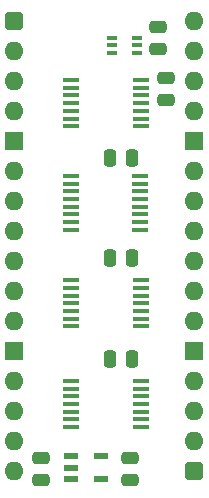
<source format=gbr>
%TF.GenerationSoftware,KiCad,Pcbnew,7.0.5*%
%TF.CreationDate,2023-12-17T19:53:33+02:00*%
%TF.ProjectId,Device Decode stage A,44657669-6365-4204-9465-636f64652073,rev?*%
%TF.SameCoordinates,Original*%
%TF.FileFunction,Soldermask,Top*%
%TF.FilePolarity,Negative*%
%FSLAX46Y46*%
G04 Gerber Fmt 4.6, Leading zero omitted, Abs format (unit mm)*
G04 Created by KiCad (PCBNEW 7.0.5) date 2023-12-17 19:53:33*
%MOMM*%
%LPD*%
G01*
G04 APERTURE LIST*
G04 Aperture macros list*
%AMRoundRect*
0 Rectangle with rounded corners*
0 $1 Rounding radius*
0 $2 $3 $4 $5 $6 $7 $8 $9 X,Y pos of 4 corners*
0 Add a 4 corners polygon primitive as box body*
4,1,4,$2,$3,$4,$5,$6,$7,$8,$9,$2,$3,0*
0 Add four circle primitives for the rounded corners*
1,1,$1+$1,$2,$3*
1,1,$1+$1,$4,$5*
1,1,$1+$1,$6,$7*
1,1,$1+$1,$8,$9*
0 Add four rect primitives between the rounded corners*
20,1,$1+$1,$2,$3,$4,$5,0*
20,1,$1+$1,$4,$5,$6,$7,0*
20,1,$1+$1,$6,$7,$8,$9,0*
20,1,$1+$1,$8,$9,$2,$3,0*%
G04 Aperture macros list end*
%ADD10R,1.475000X0.450000*%
%ADD11R,1.450000X0.450000*%
%ADD12R,1.150000X0.600000*%
%ADD13RoundRect,0.400000X-0.400000X-0.400000X0.400000X-0.400000X0.400000X0.400000X-0.400000X0.400000X0*%
%ADD14O,1.600000X1.600000*%
%ADD15R,1.600000X1.600000*%
%ADD16RoundRect,0.250000X0.475000X-0.250000X0.475000X0.250000X-0.475000X0.250000X-0.475000X-0.250000X0*%
%ADD17RoundRect,0.250000X0.250000X0.475000X-0.250000X0.475000X-0.250000X-0.475000X0.250000X-0.475000X0*%
%ADD18RoundRect,0.250000X-0.475000X0.250000X-0.475000X-0.250000X0.475000X-0.250000X0.475000X0.250000X0*%
%ADD19R,0.875000X0.450000*%
G04 APERTURE END LIST*
D10*
%TO.C,IC13*%
X93709000Y-88855000D03*
X93709000Y-89505000D03*
X93709000Y-90155000D03*
X93709000Y-90805000D03*
X93709000Y-91455000D03*
X93709000Y-92105000D03*
X93709000Y-92755000D03*
X99585000Y-92755000D03*
X99585000Y-92105000D03*
X99585000Y-91455000D03*
X99585000Y-90805000D03*
X99585000Y-90155000D03*
X99585000Y-89505000D03*
X99585000Y-88855000D03*
%TD*%
%TO.C,IC6*%
X93709000Y-80346000D03*
X93709000Y-80996000D03*
X93709000Y-81646000D03*
X93709000Y-82296000D03*
X93709000Y-82946000D03*
X93709000Y-83596000D03*
X93709000Y-84246000D03*
X99585000Y-84246000D03*
X99585000Y-83596000D03*
X99585000Y-82946000D03*
X99585000Y-82296000D03*
X99585000Y-81646000D03*
X99585000Y-80996000D03*
X99585000Y-80346000D03*
%TD*%
%TO.C,IC3*%
X93709000Y-63389842D03*
X93709000Y-64039842D03*
X93709000Y-64689842D03*
X93709000Y-65339842D03*
X93709000Y-65989842D03*
X93709000Y-66639842D03*
X93709000Y-67289842D03*
X99585000Y-67289842D03*
X99585000Y-66639842D03*
X99585000Y-65989842D03*
X99585000Y-65339842D03*
X99585000Y-64689842D03*
X99585000Y-64039842D03*
X99585000Y-63389842D03*
%TD*%
D11*
%TO.C,IC2*%
X93722000Y-71512000D03*
X93722000Y-72162000D03*
X93722000Y-72812000D03*
X93722000Y-73462000D03*
X93722000Y-74112000D03*
X93722000Y-74762000D03*
X93722000Y-75412000D03*
X93722000Y-76062000D03*
X99572000Y-76062000D03*
X99572000Y-75412000D03*
X99572000Y-74762000D03*
X99572000Y-74112000D03*
X99572000Y-73462000D03*
X99572000Y-72812000D03*
X99572000Y-72162000D03*
X99572000Y-71512000D03*
%TD*%
D12*
%TO.C,IC1*%
X93666000Y-95255012D03*
X93666000Y-96205012D03*
X93666000Y-97155012D03*
X96266000Y-97155012D03*
X96266000Y-95255012D03*
%TD*%
D13*
%TO.C,J1*%
X88900000Y-58420000D03*
D14*
X88900000Y-60960000D03*
X88900000Y-63500000D03*
X88900000Y-66040000D03*
D15*
X88900000Y-68580000D03*
D14*
X88900000Y-71120000D03*
X88900000Y-73660000D03*
X88900000Y-76200000D03*
X88900000Y-78740000D03*
X88900000Y-81280000D03*
X88900000Y-83820000D03*
D15*
X88900000Y-86360000D03*
D14*
X88900000Y-88900000D03*
X88900000Y-91440000D03*
X88900000Y-93980000D03*
X88900000Y-96520000D03*
D13*
X104140000Y-96520000D03*
D14*
X104140000Y-93980000D03*
X104140000Y-91440000D03*
X104140000Y-88900000D03*
D15*
X104140000Y-86360000D03*
D14*
X104140000Y-83820000D03*
X104140000Y-81280000D03*
X104140000Y-78740000D03*
X104140000Y-76200000D03*
X104140000Y-73660000D03*
X104140000Y-71120000D03*
D15*
X104140000Y-68580000D03*
D14*
X104140000Y-66040000D03*
X104140000Y-63500000D03*
X104140000Y-60960000D03*
X104140000Y-58420000D03*
%TD*%
D16*
%TO.C,C10*%
X91156000Y-97266012D03*
X91156000Y-95366012D03*
%TD*%
D17*
%TO.C,C5*%
X98851000Y-69977000D03*
X96951000Y-69977000D03*
%TD*%
%TO.C,C2*%
X98851000Y-86995000D03*
X96951000Y-86995000D03*
%TD*%
D16*
%TO.C,C11*%
X98649000Y-97266012D03*
X98649000Y-95366012D03*
%TD*%
%TO.C,C12*%
X101046000Y-60751000D03*
X101046000Y-58851000D03*
%TD*%
D18*
%TO.C,C1*%
X101727000Y-63201000D03*
X101727000Y-65101000D03*
%TD*%
D17*
%TO.C,C9*%
X98851000Y-78486000D03*
X96951000Y-78486000D03*
%TD*%
D19*
%TO.C,IC5*%
X97190000Y-59802000D03*
X97190000Y-60452000D03*
X97190000Y-61102000D03*
X99314000Y-61102000D03*
X99314000Y-60452000D03*
X99314000Y-59802000D03*
%TD*%
M02*

</source>
